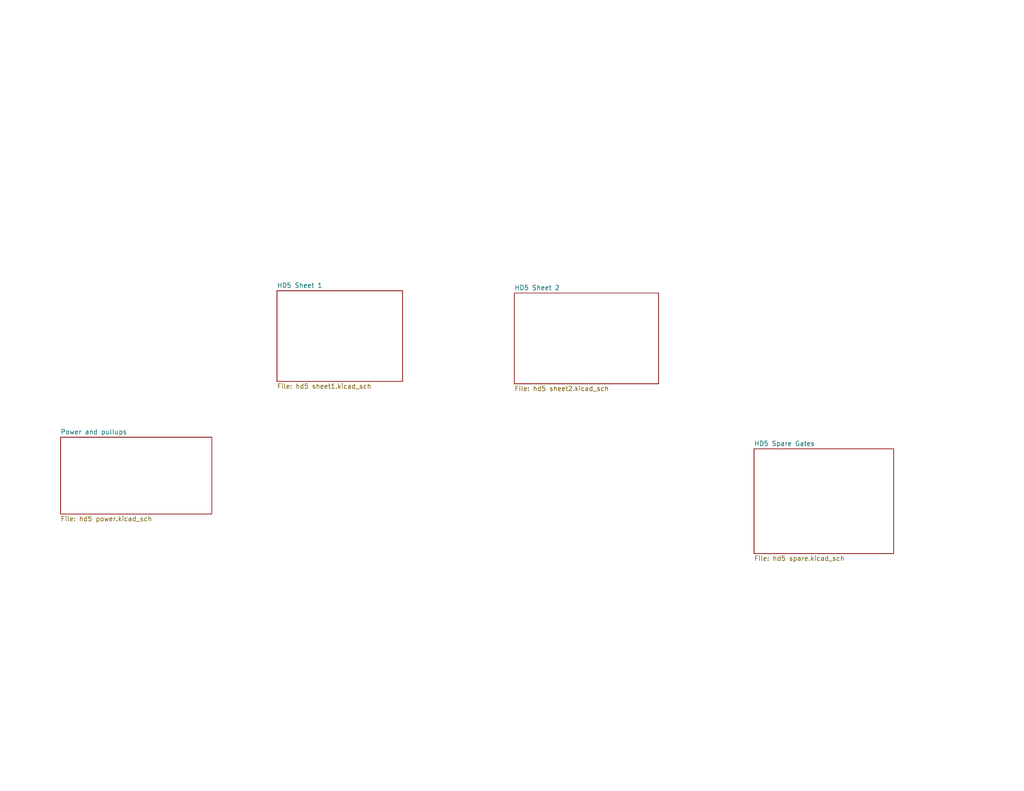
<source format=kicad_sch>
(kicad_sch (version 20211123) (generator eeschema)
  (paper "A")
  (lib_symbols)
  (sheet (at 75.565 79.375) (size 34.29 24.765) (stroke (width 0.1524))
    (property "Sheet name" "HD5 Sheet 1" (at 75.565 78.6634 0) (effects (justify left bottom)))
    (property "Sheet file" "hd5 sheet1.kicad_sch" (at 75.565 104.7246 0) (effects (justify left top)))
  )
  (sheet (at 205.74 122.555) (size 38.1 28.575) (stroke (width 0.1524))
    (property "Sheet name" "HD5 Spare Gates" (at 205.74 121.8434 0) (effects (justify left bottom)))
    (property "Sheet file" "hd5 spare.kicad_sch" (at 205.74 151.7146 0) (effects (justify left top)))
  )
  (sheet (at 16.51 119.38) (size 41.275 20.955) (stroke (width 0.1524))
    (property "Sheet name" "Power and pullups" (at 16.51 118.6684 0) (effects (justify left bottom)))
    (property "Sheet file" "hd5 power.kicad_sch" (at 16.51 140.9196 0) (effects (justify left top)))
  )
  (sheet (at 140.335 80.01) (size 39.37 24.765) (stroke (width 0.1524))
    (property "Sheet name" "HD5 Sheet 2" (at 140.335 79.2984 0) (effects (justify left bottom)))
    (property "Sheet file" "hd5 sheet2.kicad_sch" (at 140.335 105.3596 0) (effects (justify left top)))
  )
)
</source>
